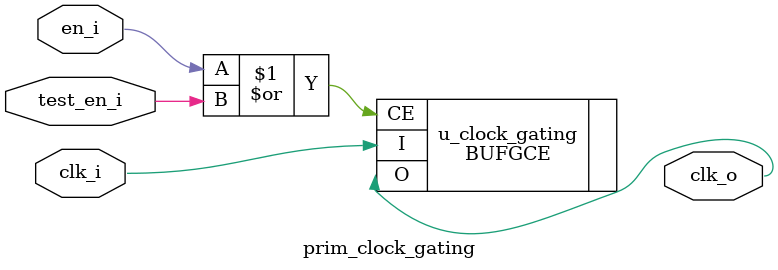
<source format=sv>

`default_nettype none

module prim_clock_gating
  (input  wire  clk_i,
   input  wire  en_i,
   input  wire  test_en_i,
   output logic clk_o);

   BUFGCE
     #(.SIM_DEVICE("7SERIES"))
   u_clock_gating
     (.I  (clk_i),
      .CE (en_i | test_en_i),
      .O  (clk_o));

endmodule

`resetall

</source>
